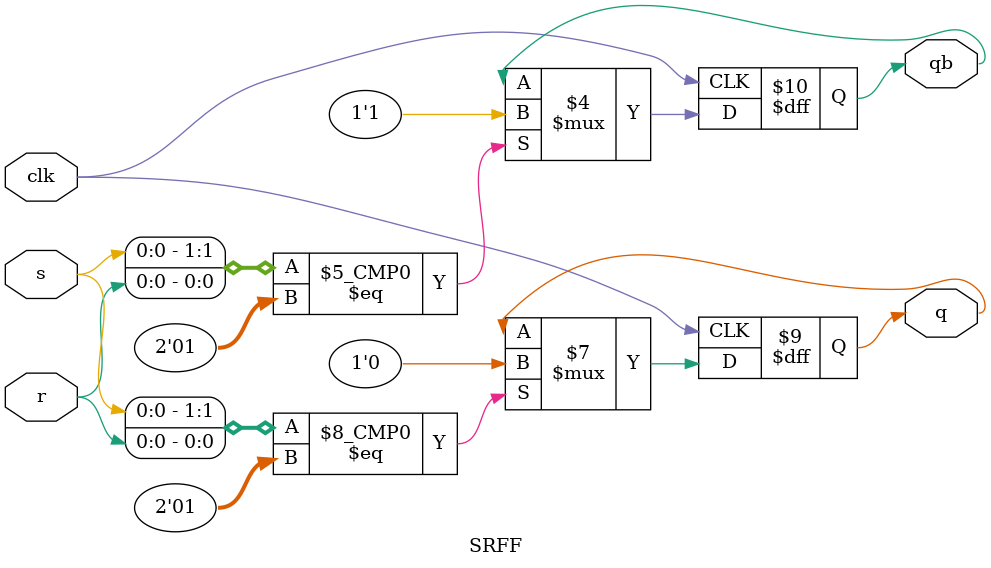
<source format=v>
`timescale 1ns / 1ps
module SRFF(s,r,clk,q,qb);
output q,qb;
input s,r,clk;
reg q,qb;

initial
begin
	q = 1;
	qb = 0;
end

always @(posedge clk)
begin
	case({s,r})
		{0,0}:
		      begin
				    q=q;
					 qb=qb;
				end
		{0,1}:
		      begin
				    q=0;
					 qb=1;
				end
	   {1,0}:
		      begin
				    q=1;
					 qb=0;
				end
		{1,1}:
		      begin
				    q=1'bx;
					 qb=1'bx;
				end		
	endcase
end
endmodule

</source>
